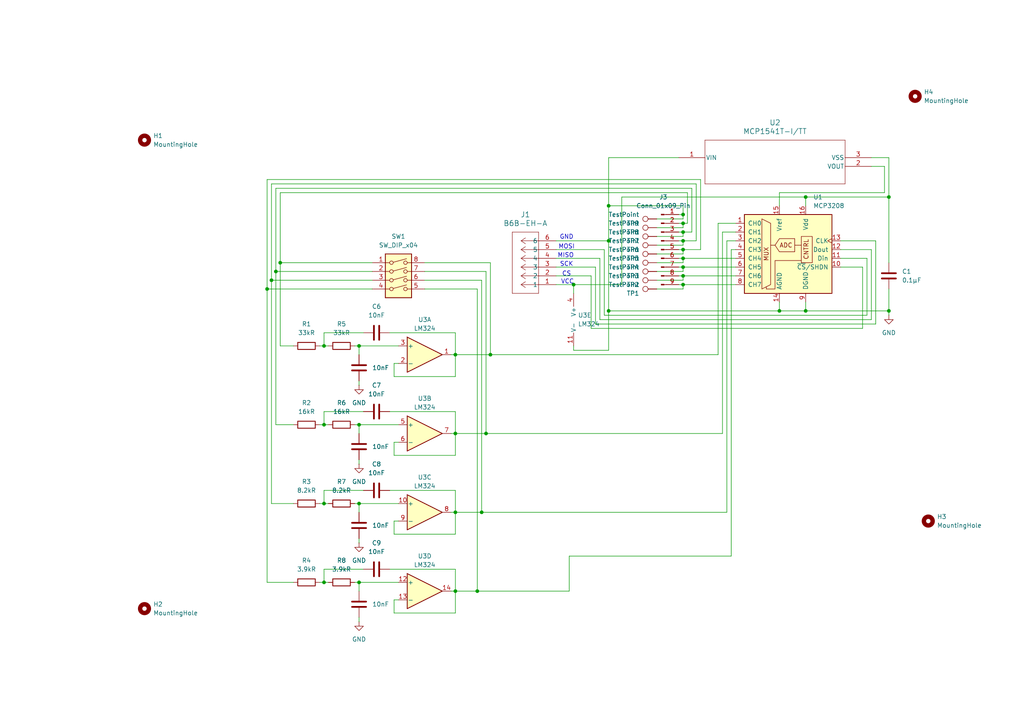
<source format=kicad_sch>
(kicad_sch (version 20231120) (generator "eeschema") (generator_version "8.0")
  (paper "A4")
  (lib_symbols
    (symbol "2024-10-07_13-54-21:B6B-EH-A" (pin_names (offset 0.254))
      (property "Reference" "J" (at 8.89 6.35 0))
      (property "Value" "B6B-EH-A" (at 0 0 0))
      (symbol "B6B-EH-A_1_1"
        (polyline (pts (xy 5.08 -15.24) (xy 12.7 -15.24)) (stroke (width 0.127)))
        (polyline (pts (xy 5.08 2.54) (xy 5.08 -15.24)) (stroke (width 0.127)))
        (polyline (pts (xy 10.16 -12.7) (xy 5.08 -12.7)) (stroke (width 0.127)))
        (polyline (pts (xy 10.16 -12.7) (xy 8.89 -13.5467)) (stroke (width 0.127)))
        (polyline (pts (xy 10.16 -12.7) (xy 8.89 -11.8533)) (stroke (width 0.127)))
        (polyline (pts (xy 10.16 -10.16) (xy 5.08 -10.16)) (stroke (width 0.127)))
        (polyline (pts (xy 10.16 -10.16) (xy 8.89 -11.0067)) (stroke (width 0.127)))
        (polyline (pts (xy 10.16 -10.16) (xy 8.89 -9.3133)) (stroke (width 0.127)))
        (polyline (pts (xy 10.16 -7.62) (xy 5.08 -7.62)) (stroke (width 0.127)))
        (polyline (pts (xy 10.16 -7.62) (xy 8.89 -8.4667)) (stroke (width 0.127)))
        (polyline (pts (xy 10.16 -7.62) (xy 8.89 -6.7733)) (stroke (width 0.127)))
        (polyline (pts (xy 10.16 -5.08) (xy 5.08 -5.08)) (stroke (width 0.127)))
        (polyline (pts (xy 10.16 -5.08) (xy 8.89 -5.9267)) (stroke (width 0.127)))
        (polyline (pts (xy 10.16 -5.08) (xy 8.89 -4.2333)) (stroke (width 0.127)))
        (polyline (pts (xy 10.16 -2.54) (xy 5.08 -2.54)) (stroke (width 0.127)))
        (polyline (pts (xy 10.16 -2.54) (xy 8.89 -3.3867)) (stroke (width 0.127)))
        (polyline (pts (xy 10.16 -2.54) (xy 8.89 -1.6933)) (stroke (width 0.127)))
        (polyline (pts (xy 10.16 0) (xy 5.08 0)) (stroke (width 0.127)))
        (polyline (pts (xy 10.16 0) (xy 8.89 -0.8467)) (stroke (width 0.127)))
        (polyline (pts (xy 10.16 0) (xy 8.89 0.8467)) (stroke (width 0.127)))
        (polyline (pts (xy 12.7 -15.24) (xy 12.7 2.54)) (stroke (width 0.127)))
        (polyline (pts (xy 12.7 2.54) (xy 5.08 2.54)) (stroke (width 0.127)))
        (pin unspecified line (at 0 0 0) (length 5.08) (name "1") (number "1"))
        (pin unspecified line (at 0 -2.54 0) (length 5.08) (name "2") (number "2"))
        (pin unspecified line (at 0 -5.08 0) (length 5.08) (name "3") (number "3"))
        (pin unspecified line (at 0 -7.62 0) (length 5.08) (name "4") (number "4"))
        (pin unspecified line (at 0 -10.16 0) (length 5.08) (name "5") (number "5"))
        (pin unspecified line (at 0 -12.7 0) (length 5.08) (name "6") (number "6"))
      )
      (symbol "B6B-EH-A_1_2"
        (polyline (pts (xy 5.08 -15.24) (xy 12.7 -15.24)) (stroke (width 0.127)))
        (polyline (pts (xy 5.08 2.54) (xy 5.08 -15.24)) (stroke (width 0.127)))
        (polyline (pts (xy 7.62 -12.7) (xy 5.08 -12.7)) (stroke (width 0.127)))
        (polyline (pts (xy 7.62 -12.7) (xy 8.89 -13.5467)) (stroke (width 0.127)))
        (polyline (pts (xy 7.62 -12.7) (xy 8.89 -11.8533)) (stroke (width 0.127)))
        (polyline (pts (xy 7.62 -10.16) (xy 5.08 -10.16)) (stroke (width 0.127)))
        (polyline (pts (xy 7.62 -10.16) (xy 8.89 -11.0067)) (stroke (width 0.127)))
        (polyline (pts (xy 7.62 -10.16) (xy 8.89 -9.3133)) (stroke (width 0.127)))
        (polyline (pts (xy 7.62 -7.62) (xy 5.08 -7.62)) (stroke (width 0.127)))
        (polyline (pts (xy 7.62 -7.62) (xy 8.89 -8.4667)) (stroke (width 0.127)))
        (polyline (pts (xy 7.62 -7.62) (xy 8.89 -6.7733)) (stroke (width 0.127)))
        (polyline (pts (xy 7.62 -5.08) (xy 5.08 -5.08)) (stroke (width 0.127)))
        (polyline (pts (xy 7.62 -5.08) (xy 8.89 -5.9267)) (stroke (width 0.127)))
        (polyline (pts (xy 7.62 -5.08) (xy 8.89 -4.2333)) (stroke (width 0.127)))
        (polyline (pts (xy 7.62 -2.54) (xy 5.08 -2.54)) (stroke (width 0.127)))
        (polyline (pts (xy 7.62 -2.54) (xy 8.89 -3.3867)) (stroke (width 0.127)))
        (polyline (pts (xy 7.62 -2.54) (xy 8.89 -1.6933)) (stroke (width 0.127)))
        (polyline (pts (xy 7.62 0) (xy 5.08 0)) (stroke (width 0.127)))
        (polyline (pts (xy 7.62 0) (xy 8.89 -0.8467)) (stroke (width 0.127)))
        (polyline (pts (xy 7.62 0) (xy 8.89 0.8467)) (stroke (width 0.127)))
        (polyline (pts (xy 12.7 -15.24) (xy 12.7 2.54)) (stroke (width 0.127)))
        (polyline (pts (xy 12.7 2.54) (xy 5.08 2.54)) (stroke (width 0.127)))
        (pin unspecified line (at 0 0 0) (length 5.08) (name "1") (number "1"))
        (pin unspecified line (at 0 -2.54 0) (length 5.08) (name "2") (number "2"))
        (pin unspecified line (at 0 -5.08 0) (length 5.08) (name "3") (number "3"))
        (pin unspecified line (at 0 -7.62 0) (length 5.08) (name "4") (number "4"))
        (pin unspecified line (at 0 -10.16 0) (length 5.08) (name "5") (number "5"))
        (pin unspecified line (at 0 -12.7 0) (length 5.08) (name "6") (number "6"))
      )
    )
    (symbol "Amplifier_Operational:LM324" (pin_names (offset 0.127))
      (property "Reference" "U" (at 0 5.08 0))
      (property "Value" "LM324" (at 0 -5.08 0))
      (symbol "LM324_1_1"
        (polyline (pts (xy -5.08 5.08) (xy 5.08 0) (xy -5.08 -5.08) (xy -5.08 5.08)) (stroke (width 0.254)) (fill (type background)))
        (pin output line (at 7.62 0 180) (length 2.54) (name "~") (number "1"))
        (pin input line (at -7.62 -2.54 0) (length 2.54) (name "-") (number "2"))
        (pin input line (at -7.62 2.54 0) (length 2.54) (name "+") (number "3"))
      )
      (symbol "LM324_2_1"
        (polyline (pts (xy -5.08 5.08) (xy 5.08 0) (xy -5.08 -5.08) (xy -5.08 5.08)) (stroke (width 0.254)) (fill (type background)))
        (pin input line (at -7.62 2.54 0) (length 2.54) (name "+") (number "5"))
        (pin input line (at -7.62 -2.54 0) (length 2.54) (name "-") (number "6"))
        (pin output line (at 7.62 0 180) (length 2.54) (name "~") (number "7"))
      )
      (symbol "LM324_3_1"
        (polyline (pts (xy -5.08 5.08) (xy 5.08 0) (xy -5.08 -5.08) (xy -5.08 5.08)) (stroke (width 0.254)) (fill (type background)))
        (pin input line (at -7.62 2.54 0) (length 2.54) (name "+") (number "10"))
        (pin output line (at 7.62 0 180) (length 2.54) (name "~") (number "8"))
        (pin input line (at -7.62 -2.54 0) (length 2.54) (name "-") (number "9"))
      )
      (symbol "LM324_4_1"
        (polyline (pts (xy -5.08 5.08) (xy 5.08 0) (xy -5.08 -5.08) (xy -5.08 5.08)) (stroke (width 0.254)) (fill (type background)))
        (pin input line (at -7.62 2.54 0) (length 2.54) (name "+") (number "12"))
        (pin input line (at -7.62 -2.54 0) (length 2.54) (name "-") (number "13"))
        (pin output line (at 7.62 0 180) (length 2.54) (name "~") (number "14"))
      )
      (symbol "LM324_5_1"
        (pin power_in line (at -2.54 -7.62 90) (length 3.81) (name "V-") (number "11"))
        (pin power_in line (at -2.54 7.62 270) (length 3.81) (name "V+") (number "4"))
      )
    )
    (symbol "Analog_ADC:MCP3208" (pin_names (offset 1.016))
      (property "Reference" "U" (at -5.08 13.335 0))
      (property "Value" "MCP3208" (at -5.08 11.43 0))
      (symbol "MCP3208_0_0"
        (text "ADC" (at -0.635 1.27 0) (effects (font (size 1.27 1.27))))
        (text "CNTRL" (at 5.969 -2.921 900) (effects (font (size 1.27 1.27)) (justify left bottom)))
        (text "MUX" (at -6.35 -1.27 900) (effects (font (size 1.27 1.27))))
      )
      (symbol "MCP3208_0_1"
        (polyline (pts (xy -3.81 1.27) (xy -5.08 1.27)))
        (polyline (pts (xy 1.905 1.27) (xy 3.81 1.27)))
        (polyline (pts (xy -7.62 8.89) (xy -7.62 -11.43) (xy -5.08 -10.16) (xy -5.08 7.62) (xy -7.62 8.89)))
        (polyline (pts (xy 3.81 -3.175) (xy -3.81 -3.175) (xy -3.81 -11.43) (xy -6.35 -11.43) (xy -6.35 -10.795)))
        (polyline (pts (xy 1.905 3.175) (xy 1.905 -0.635) (xy -2.54 -0.635) (xy -3.81 1.27) (xy -2.54 3.175) (xy 1.905 3.175)))
        (rectangle (start 3.81 -3.81) (end 6.985 3.81))
        (rectangle (start 12.7 -12.7) (end -12.7 10.16) (stroke (width 0.254)) (fill (type background)))
      )
      (symbol "MCP3208_1_1"
        (pin input line (at -15.24 7.62 0) (length 2.54) (name "CH0") (number "1"))
        (pin input line (at 15.24 -5.08 180) (length 2.54) (name "~{CS}/SHDN") (number "10"))
        (pin input line (at 15.24 -2.54 180) (length 2.54) (name "Din") (number "11"))
        (pin output line (at 15.24 0 180) (length 2.54) (name "Dout") (number "12"))
        (pin input clock (at 15.24 2.54 180) (length 2.54) (name "CLK") (number "13"))
        (pin power_in line (at -2.54 -15.24 90) (length 2.54) (name "AGND") (number "14"))
        (pin power_in line (at -2.54 12.7 270) (length 2.54) (name "Vref") (number "15"))
        (pin power_in line (at 5.08 12.7 270) (length 2.54) (name "Vdd") (number "16"))
        (pin input line (at -15.24 5.08 0) (length 2.54) (name "CH1") (number "2"))
        (pin input line (at -15.24 2.54 0) (length 2.54) (name "CH2") (number "3"))
        (pin input line (at -15.24 0 0) (length 2.54) (name "CH3") (number "4"))
        (pin input line (at -15.24 -2.54 0) (length 2.54) (name "CH4") (number "5"))
        (pin input line (at -15.24 -5.08 0) (length 2.54) (name "CH5") (number "6"))
        (pin input line (at -15.24 -7.62 0) (length 2.54) (name "CH6") (number "7"))
        (pin input line (at -15.24 -10.16 0) (length 2.54) (name "CH7") (number "8"))
        (pin power_in line (at 5.08 -15.24 90) (length 2.54) (name "DGND") (number "9"))
      )
    )
    (symbol "Connector:Conn_01x09_Pin" (pin_names (offset 1.016) hide)
      (property "Reference" "J" (at 0 12.7 0))
      (property "Value" "Conn_01x09_Pin" (at 0 -12.7 0))
      (symbol "Conn_01x09_Pin_1_1"
        (polyline (pts (xy 1.27 -10.16) (xy 0.8636 -10.16)) (stroke (width 0.1524)))
        (polyline (pts (xy 1.27 -7.62) (xy 0.8636 -7.62)) (stroke (width 0.1524)))
        (polyline (pts (xy 1.27 -5.08) (xy 0.8636 -5.08)) (stroke (width 0.1524)))
        (polyline (pts (xy 1.27 -2.54) (xy 0.8636 -2.54)) (stroke (width 0.1524)))
        (polyline (pts (xy 1.27 0) (xy 0.8636 0)) (stroke (width 0.1524)))
        (polyline (pts (xy 1.27 2.54) (xy 0.8636 2.54)) (stroke (width 0.1524)))
        (polyline (pts (xy 1.27 5.08) (xy 0.8636 5.08)) (stroke (width 0.1524)))
        (polyline (pts (xy 1.27 7.62) (xy 0.8636 7.62)) (stroke (width 0.1524)))
        (polyline (pts (xy 1.27 10.16) (xy 0.8636 10.16)) (stroke (width 0.1524)))
        (rectangle (start 0.8636 -10.033) (end 0 -10.287) (stroke (width 0.1524)) (fill (type outline)))
        (rectangle (start 0.8636 -7.493) (end 0 -7.747) (stroke (width 0.1524)) (fill (type outline)))
        (rectangle (start 0.8636 -4.953) (end 0 -5.207) (stroke (width 0.1524)) (fill (type outline)))
        (rectangle (start 0.8636 -2.413) (end 0 -2.667) (stroke (width 0.1524)) (fill (type outline)))
        (rectangle (start 0.8636 0.127) (end 0 -0.127) (stroke (width 0.1524)) (fill (type outline)))
        (rectangle (start 0.8636 2.667) (end 0 2.413) (stroke (width 0.1524)) (fill (type outline)))
        (rectangle (start 0.8636 5.207) (end 0 4.953) (stroke (width 0.1524)) (fill (type outline)))
        (rectangle (start 0.8636 7.747) (end 0 7.493) (stroke (width 0.1524)) (fill (type outline)))
        (rectangle (start 0.8636 10.287) (end 0 10.033) (stroke (width 0.1524)) (fill (type outline)))
        (pin passive line (at 5.08 10.16 180) (length 3.81) (name "Pin_1") (number "1"))
        (pin passive line (at 5.08 7.62 180) (length 3.81) (name "Pin_2") (number "2"))
        (pin passive line (at 5.08 5.08 180) (length 3.81) (name "Pin_3") (number "3"))
        (pin passive line (at 5.08 2.54 180) (length 3.81) (name "Pin_4") (number "4"))
        (pin passive line (at 5.08 0 180) (length 3.81) (name "Pin_5") (number "5"))
        (pin passive line (at 5.08 -2.54 180) (length 3.81) (name "Pin_6") (number "6"))
        (pin passive line (at 5.08 -5.08 180) (length 3.81) (name "Pin_7") (number "7"))
        (pin passive line (at 5.08 -7.62 180) (length 3.81) (name "Pin_8") (number "8"))
        (pin passive line (at 5.08 -10.16 180) (length 3.81) (name "Pin_9") (number "9"))
      )
    )
    (symbol "Connector:TestPoint" (pin_numbers hide) (pin_names (offset 0.762) hide)
      (property "Reference" "TP" (at 0 6.858 0))
      (property "Value" "TestPoint" (at 0 5.08 0))
      (symbol "TestPoint_0_1"
        (circle (center 0 3.302) (radius 0.762))
      )
      (symbol "TestPoint_1_1"
        (pin passive line (at 0 0 90) (length 2.54) (name "1") (number "1"))
      )
    )
    (symbol "Device:C" (pin_numbers hide) (pin_names (offset 0.254))
      (property "Reference" "C" (at 0.635 2.54 0))
      (property "Value" "C" (at 0.635 -2.54 0))
      (symbol "C_0_1"
        (polyline (pts (xy -2.032 -0.762) (xy 2.032 -0.762)) (stroke (width 0.508)))
        (polyline (pts (xy -2.032 0.762) (xy 2.032 0.762)) (stroke (width 0.508)))
      )
      (symbol "C_1_1"
        (pin passive line (at 0 3.81 270) (length 2.794) (name "~") (number "1"))
        (pin passive line (at 0 -3.81 90) (length 2.794) (name "~") (number "2"))
      )
    )
    (symbol "Device:R" (pin_numbers hide) (pin_names (offset 0))
      (property "Reference" "R" (at 2.032 0 90))
      (property "Value" "R" (at 0 0 90))
      (symbol "R_0_1"
        (rectangle (start -1.016 -2.54) (end 1.016 2.54) (stroke (width 0.254)))
      )
      (symbol "R_1_1"
        (pin passive line (at 0 3.81 270) (length 1.27) (name "~") (number "1"))
        (pin passive line (at 0 -3.81 90) (length 1.27) (name "~") (number "2"))
      )
    )
    (symbol "Mechanical:MountingHole" (pin_names (offset 1.016)) (exclude_from_sim yes) (in_bom no)
      (property "Reference" "H" (at 0 5.08 0))
      (property "Value" "MountingHole" (at 0 3.175 0))
      (symbol "MountingHole_0_1"
        (circle (center 0 0) (radius 1.27) (stroke (width 1.27)))
      )
    )
    (symbol "Switch:SW_DIP_x04" (pin_names (offset 0) hide)
      (property "Reference" "SW" (at 0 8.89 0))
      (property "Value" "SW_DIP_x04" (at 0 -6.35 0))
      (symbol "SW_DIP_x04_0_0"
        (circle (center -2.032 -2.54) (radius 0.508))
        (circle (center -2.032 0) (radius 0.508))
        (circle (center -2.032 2.54) (radius 0.508))
        (circle (center -2.032 5.08) (radius 0.508))
        (polyline (pts (xy -1.524 -2.3876) (xy 2.3622 -1.3462)))
        (polyline (pts (xy -1.524 0.127) (xy 2.3622 1.1684)))
        (polyline (pts (xy -1.524 2.667) (xy 2.3622 3.7084)))
        (polyline (pts (xy -1.524 5.207) (xy 2.3622 6.2484)))
        (circle (center 2.032 -2.54) (radius 0.508))
        (circle (center 2.032 0) (radius 0.508))
        (circle (center 2.032 2.54) (radius 0.508))
        (circle (center 2.032 5.08) (radius 0.508))
      )
      (symbol "SW_DIP_x04_0_1"
        (rectangle (start -3.81 7.62) (end 3.81 -5.08) (stroke (width 0.254)) (fill (type background)))
      )
      (symbol "SW_DIP_x04_1_1"
        (pin passive line (at -7.62 5.08 0) (length 5.08) (name "~") (number "1"))
        (pin passive line (at -7.62 2.54 0) (length 5.08) (name "~") (number "2"))
        (pin passive line (at -7.62 0 0) (length 5.08) (name "~") (number "3"))
        (pin passive line (at -7.62 -2.54 0) (length 5.08) (name "~") (number "4"))
        (pin passive line (at 7.62 -2.54 180) (length 5.08) (name "~") (number "5"))
        (pin passive line (at 7.62 0 180) (length 5.08) (name "~") (number "6"))
        (pin passive line (at 7.62 2.54 180) (length 5.08) (name "~") (number "7"))
        (pin passive line (at 7.62 5.08 180) (length 5.08) (name "~") (number "8"))
      )
    )
    (symbol "flo_Library:MCP1541T-I_TT" (pin_names (offset 0.254))
      (property "Reference" "U" (at 27.94 10.16 0))
      (property "Value" "MCP1541T-I/TT" (at 27.94 7.62 0))
      (symbol "MCP1541T-I_TT_0_1"
        (polyline (pts (xy 7.62 -7.62) (xy 48.26 -7.62)) (stroke (width 0.127)))
        (polyline (pts (xy 7.62 5.08) (xy 7.62 -7.62)) (stroke (width 0.127)))
        (polyline (pts (xy 48.26 -7.62) (xy 48.26 5.08)) (stroke (width 0.127)))
        (polyline (pts (xy 48.26 5.08) (xy 7.62 5.08)) (stroke (width 0.127)))
        (pin unspecified line (at 0 0 0) (length 7.62) (name "VIN") (number "1"))
        (pin unspecified line (at 55.88 -2.54 180) (length 7.62) (name "VOUT") (number "2"))
        (pin unspecified line (at 55.88 0 180) (length 7.62) (name "VSS") (number "3"))
      )
    )
    (symbol "power:GND" (power) (pin_numbers hide) (pin_names (offset 0) hide)
      (property "Value" "GND" (at 0 -3.81 0))
      (symbol "GND_0_1"
        (polyline (pts (xy 0 0) (xy 0 -1.27) (xy 1.27 -1.27) (xy 0 -2.54) (xy -1.27 -1.27) (xy 0 -1.27)))
      )
      (symbol "GND_1_1"
        (pin power_in line (at 0 0 270) (length 0) (name "~") (number "1"))
      )
    )
  )
  (junction (at 176.53 69.85))
  (junction (at 176.53 59.69))
  (junction (at 176.53 90.17))
  (junction (at 198.12 72.39))
  (junction (at 80.01 78.74))
  (junction (at 93.98 168.91))
  (junction (at 132.08 102.87))
  (junction (at 78.74 81.28))
  (junction (at 132.08 148.59))
  (junction (at 77.47 83.82))
  (junction (at 198.12 69.85))
  (junction (at 104.14 123.19))
  (junction (at 132.08 171.45))
  (junction (at 226.06 90.17))
  (junction (at 104.14 168.91))
  (junction (at 132.08 125.73))
  (junction (at 81.28 76.2))
  (junction (at 93.98 146.05))
  (junction (at 198.12 82.55))
  (junction (at 198.12 62.23))
  (junction (at 198.12 77.47))
  (junction (at 93.98 100.33))
  (junction (at 198.12 67.31))
  (junction (at 257.81 57.15))
  (junction (at 138.43 171.45))
  (junction (at 140.97 125.73))
  (junction (at 139.7 148.59))
  (junction (at 166.37 82.55))
  (junction (at 142.24 102.87))
  (junction (at 198.12 80.01))
  (junction (at 257.81 90.17))
  (junction (at 93.98 123.19))
  (junction (at 198.12 74.93))
  (junction (at 198.12 64.77))
  (junction (at 233.68 57.15))
  (junction (at 104.14 100.33))
  (junction (at 104.14 146.05))
  (junction (at 233.68 90.17))
  (wire (pts (xy 81.28 76.2) (xy 107.95 76.2)))
  (wire (pts (xy 93.98 100.33) (xy 95.25 100.33)))
  (wire (pts (xy 171.45 80.01) (xy 171.45 95.25)))
  (wire (pts (xy 78.74 146.05) (xy 78.74 81.28)))
  (wire (pts (xy 132.08 102.87) (xy 132.08 109.22)))
  (wire (pts (xy 175.26 72.39) (xy 175.26 91.44)))
  (wire (pts (xy 132.08 171.45) (xy 138.43 171.45)))
  (wire (pts (xy 105.41 142.24) (xy 93.98 142.24)))
  (wire (pts (xy 92.71 100.33) (xy 93.98 100.33)))
  (wire (pts (xy 123.19 81.28) (xy 139.7 81.28)))
  (wire (pts (xy 130.81 102.87) (xy 132.08 102.87)))
  (wire (pts (xy 176.53 59.69) (xy 198.12 59.69)))
  (wire (pts (xy 114.3 105.41) (xy 115.57 105.41)))
  (wire (pts (xy 173.99 74.93) (xy 161.29 74.93)))
  (wire (pts (xy 166.37 82.55) (xy 161.29 82.55)))
  (wire (pts (xy 132.08 171.45) (xy 130.81 171.45)))
  (wire (pts (xy 132.08 125.73) (xy 140.97 125.73)))
  (wire (pts (xy 80.01 78.74) (xy 80.01 54.61)))
  (wire (pts (xy 166.37 100.33) (xy 166.37 101.6)))
  (wire (pts (xy 80.01 123.19) (xy 80.01 78.74)))
  (wire (pts (xy 198.12 69.85) (xy 196.85 69.85)))
  (wire (pts (xy 115.57 173.99) (xy 114.3 173.99)))
  (wire (pts (xy 161.29 69.85) (xy 176.53 69.85)))
  (wire (pts (xy 198.12 74.93) (xy 196.85 74.93)))
  (wire (pts (xy 132.08 165.1) (xy 132.08 171.45)))
  (wire (pts (xy 198.12 64.77) (xy 198.12 66.04)))
  (wire (pts (xy 254 69.85) (xy 243.84 69.85)))
  (wire (pts (xy 132.08 132.08) (xy 132.08 125.73)))
  (wire (pts (xy 198.12 66.04) (xy 190.5 66.04)))
  (wire (pts (xy 198.12 81.28) (xy 198.12 80.01)))
  (wire (pts (xy 113.03 142.24) (xy 132.08 142.24)))
  (wire (pts (xy 198.12 62.23) (xy 196.85 62.23)))
  (wire (pts (xy 142.24 76.2) (xy 142.24 102.87)))
  (wire (pts (xy 80.01 54.61) (xy 200.66 54.61)))
  (wire (pts (xy 176.53 69.85) (xy 176.53 90.17)))
  (wire (pts (xy 250.19 77.47) (xy 243.84 77.47)))
  (wire (pts (xy 92.71 146.05) (xy 93.98 146.05)))
  (wire (pts (xy 198.12 74.93) (xy 213.36 74.93)))
  (wire (pts (xy 77.47 168.91) (xy 85.09 168.91)))
  (wire (pts (xy 190.5 81.28) (xy 198.12 81.28)))
  (wire (pts (xy 166.37 82.55) (xy 166.37 85.09)))
  (wire (pts (xy 190.5 78.74) (xy 198.12 78.74)))
  (wire (pts (xy 226.06 87.63) (xy 226.06 90.17)))
  (wire (pts (xy 114.3 154.94) (xy 114.3 151.13)))
  (wire (pts (xy 104.14 123.19) (xy 104.14 125.73)))
  (wire (pts (xy 139.7 81.28) (xy 139.7 148.59)))
  (wire (pts (xy 176.53 45.72) (xy 176.53 59.69)))
  (wire (pts (xy 123.19 78.74) (xy 140.97 78.74)))
  (wire (pts (xy 180.34 57.15) (xy 180.34 82.55)))
  (wire (pts (xy 113.03 96.52) (xy 132.08 96.52)))
  (wire (pts (xy 250.19 95.25) (xy 250.19 77.47)))
  (wire (pts (xy 78.74 53.34) (xy 201.93 53.34)))
  (wire (pts (xy 132.08 119.38) (xy 132.08 125.73)))
  (wire (pts (xy 80.01 78.74) (xy 107.95 78.74)))
  (wire (pts (xy 213.36 69.85) (xy 210.82 69.85)))
  (wire (pts (xy 113.03 165.1) (xy 132.08 165.1)))
  (wire (pts (xy 252.73 48.26) (xy 256.54 48.26)))
  (wire (pts (xy 140.97 125.73) (xy 209.55 125.73)))
  (wire (pts (xy 92.71 168.91) (xy 93.98 168.91)))
  (wire (pts (xy 77.47 168.91) (xy 77.47 83.82)))
  (wire (pts (xy 200.66 67.31) (xy 198.12 67.31)))
  (wire (pts (xy 198.12 82.55) (xy 196.85 82.55)))
  (wire (pts (xy 114.3 109.22) (xy 114.3 105.41)))
  (wire (pts (xy 132.08 148.59) (xy 139.7 148.59)))
  (wire (pts (xy 114.3 173.99) (xy 114.3 177.8)))
  (wire (pts (xy 210.82 69.85) (xy 210.82 148.59)))
  (wire (pts (xy 104.14 110.49) (xy 104.14 111.76)))
  (wire (pts (xy 78.74 146.05) (xy 85.09 146.05)))
  (wire (pts (xy 81.28 100.33) (xy 81.28 76.2)))
  (wire (pts (xy 139.7 148.59) (xy 210.82 148.59)))
  (wire (pts (xy 78.74 81.28) (xy 78.74 53.34)))
  (wire (pts (xy 104.14 168.91) (xy 104.14 171.45)))
  (wire (pts (xy 77.47 83.82) (xy 107.95 83.82)))
  (wire (pts (xy 198.12 76.2) (xy 198.12 74.93)))
  (wire (pts (xy 233.68 57.15) (xy 257.81 57.15)))
  (wire (pts (xy 198.12 78.74) (xy 198.12 77.47)))
  (wire (pts (xy 180.34 82.55) (xy 166.37 82.55)))
  (wire (pts (xy 81.28 55.88) (xy 199.39 55.88)))
  (wire (pts (xy 190.5 63.5) (xy 198.12 63.5)))
  (wire (pts (xy 93.98 142.24) (xy 93.98 146.05)))
  (wire (pts (xy 77.47 83.82) (xy 77.47 52.07)))
  (wire (pts (xy 233.68 59.69) (xy 233.68 57.15)))
  (wire (pts (xy 198.12 77.47) (xy 196.85 77.47)))
  (wire (pts (xy 190.5 68.58) (xy 198.12 68.58)))
  (wire (pts (xy 93.98 123.19) (xy 95.25 123.19)))
  (wire (pts (xy 138.43 171.45) (xy 165.1 171.45)))
  (wire (pts (xy 132.08 154.94) (xy 114.3 154.94)))
  (wire (pts (xy 233.68 87.63) (xy 233.68 90.17)))
  (wire (pts (xy 198.12 68.58) (xy 198.12 67.31)))
  (wire (pts (xy 213.36 72.39) (xy 212.09 72.39)))
  (wire (pts (xy 80.01 123.19) (xy 85.09 123.19)))
  (wire (pts (xy 176.53 90.17) (xy 226.06 90.17)))
  (wire (pts (xy 198.12 83.82) (xy 198.12 82.55)))
  (wire (pts (xy 226.06 90.17) (xy 233.68 90.17)))
  (wire (pts (xy 190.5 83.82) (xy 198.12 83.82)))
  (wire (pts (xy 113.03 119.38) (xy 132.08 119.38)))
  (wire (pts (xy 114.3 128.27) (xy 114.3 132.08)))
  (wire (pts (xy 104.14 100.33) (xy 104.14 102.87)))
  (wire (pts (xy 132.08 102.87) (xy 142.24 102.87)))
  (wire (pts (xy 138.43 83.82) (xy 138.43 171.45)))
  (wire (pts (xy 93.98 119.38) (xy 93.98 123.19)))
  (wire (pts (xy 198.12 80.01) (xy 196.85 80.01)))
  (wire (pts (xy 190.5 73.66) (xy 198.12 73.66)))
  (wire (pts (xy 132.08 142.24) (xy 132.08 148.59)))
  (wire (pts (xy 104.14 133.35) (xy 104.14 134.62)))
  (wire (pts (xy 190.5 71.12) (xy 198.12 71.12)))
  (wire (pts (xy 93.98 146.05) (xy 95.25 146.05)))
  (wire (pts (xy 81.28 100.33) (xy 85.09 100.33)))
  (wire (pts (xy 78.74 81.28) (xy 107.95 81.28)))
  (wire (pts (xy 209.55 67.31) (xy 213.36 67.31)))
  (wire (pts (xy 102.87 100.33) (xy 104.14 100.33)))
  (wire (pts (xy 198.12 72.39) (xy 196.85 72.39)))
  (wire (pts (xy 104.14 179.07) (xy 104.14 180.34)))
  (wire (pts (xy 114.3 132.08) (xy 132.08 132.08)))
  (wire (pts (xy 196.85 64.77) (xy 198.12 64.77)))
  (wire (pts (xy 208.28 64.77) (xy 213.36 64.77)))
  (wire (pts (xy 198.12 71.12) (xy 198.12 69.85)))
  (wire (pts (xy 257.81 45.72) (xy 257.81 57.15)))
  (wire (pts (xy 251.46 74.93) (xy 243.84 74.93)))
  (wire (pts (xy 172.72 77.47) (xy 172.72 93.98)))
  (wire (pts (xy 161.29 77.47) (xy 172.72 77.47)))
  (wire (pts (xy 93.98 168.91) (xy 95.25 168.91)))
  (wire (pts (xy 256.54 48.26) (xy 256.54 55.88)))
  (wire (pts (xy 233.68 57.15) (xy 180.34 57.15)))
  (wire (pts (xy 251.46 91.44) (xy 251.46 74.93)))
  (wire (pts (xy 203.2 72.39) (xy 198.12 72.39)))
  (wire (pts (xy 130.81 148.59) (xy 132.08 148.59)))
  (wire (pts (xy 165.1 161.29) (xy 165.1 171.45)))
  (wire (pts (xy 176.53 59.69) (xy 176.53 69.85)))
  (wire (pts (xy 254 93.98) (xy 254 69.85)))
  (wire (pts (xy 172.72 93.98) (xy 254 93.98)))
  (wire (pts (xy 123.19 83.82) (xy 138.43 83.82)))
  (wire (pts (xy 200.66 54.61) (xy 200.66 67.31)))
  (wire (pts (xy 199.39 64.77) (xy 198.12 64.77)))
  (wire (pts (xy 252.73 92.71) (xy 173.99 92.71)))
  (wire (pts (xy 123.19 76.2) (xy 142.24 76.2)))
  (wire (pts (xy 252.73 72.39) (xy 252.73 92.71)))
  (wire (pts (xy 104.14 146.05) (xy 115.57 146.05)))
  (wire (pts (xy 212.09 161.29) (xy 165.1 161.29)))
  (wire (pts (xy 102.87 123.19) (xy 104.14 123.19)))
  (wire (pts (xy 142.24 102.87) (xy 208.28 102.87)))
  (wire (pts (xy 198.12 67.31) (xy 196.85 67.31)))
  (wire (pts (xy 176.53 101.6) (xy 176.53 90.17)))
  (wire (pts (xy 198.12 82.55) (xy 213.36 82.55)))
  (wire (pts (xy 104.14 123.19) (xy 115.57 123.19)))
  (wire (pts (xy 132.08 109.22) (xy 114.3 109.22)))
  (wire (pts (xy 161.29 72.39) (xy 175.26 72.39)))
  (wire (pts (xy 203.2 52.07) (xy 203.2 72.39)))
  (wire (pts (xy 92.71 123.19) (xy 93.98 123.19)))
  (wire (pts (xy 140.97 78.74) (xy 140.97 125.73)))
  (wire (pts (xy 198.12 63.5) (xy 198.12 62.23)))
  (wire (pts (xy 198.12 80.01) (xy 213.36 80.01)))
  (wire (pts (xy 132.08 177.8) (xy 132.08 171.45)))
  (wire (pts (xy 252.73 45.72) (xy 257.81 45.72)))
  (wire (pts (xy 115.57 128.27) (xy 114.3 128.27)))
  (wire (pts (xy 104.14 168.91) (xy 115.57 168.91)))
  (wire (pts (xy 209.55 125.73) (xy 209.55 67.31)))
  (wire (pts (xy 166.37 101.6) (xy 176.53 101.6)))
  (wire (pts (xy 208.28 102.87) (xy 208.28 64.77)))
  (wire (pts (xy 175.26 91.44) (xy 251.46 91.44)))
  (wire (pts (xy 104.14 100.33) (xy 115.57 100.33)))
  (wire (pts (xy 105.41 119.38) (xy 93.98 119.38)))
  (wire (pts (xy 105.41 165.1) (xy 93.98 165.1)))
  (wire (pts (xy 199.39 55.88) (xy 199.39 64.77)))
  (wire (pts (xy 104.14 146.05) (xy 104.14 148.59)))
  (wire (pts (xy 171.45 95.25) (xy 250.19 95.25)))
  (wire (pts (xy 190.5 76.2) (xy 198.12 76.2)))
  (wire (pts (xy 114.3 177.8) (xy 132.08 177.8)))
  (wire (pts (xy 81.28 76.2) (xy 81.28 55.88)))
  (wire (pts (xy 198.12 73.66) (xy 198.12 72.39)))
  (wire (pts (xy 93.98 165.1) (xy 93.98 168.91)))
  (wire (pts (xy 161.29 80.01) (xy 171.45 80.01)))
  (wire (pts (xy 93.98 96.52) (xy 93.98 100.33)))
  (wire (pts (xy 77.47 52.07) (xy 203.2 52.07)))
  (wire (pts (xy 114.3 151.13) (xy 115.57 151.13)))
  (wire (pts (xy 102.87 168.91) (xy 104.14 168.91)))
  (wire (pts (xy 257.81 76.2) (xy 257.81 57.15)))
  (wire (pts (xy 201.93 53.34) (xy 201.93 69.85)))
  (wire (pts (xy 198.12 62.23) (xy 198.12 59.69)))
  (wire (pts (xy 257.81 83.82) (xy 257.81 90.17)))
  (wire (pts (xy 132.08 96.52) (xy 132.08 102.87)))
  (wire (pts (xy 198.12 77.47) (xy 213.36 77.47)))
  (wire (pts (xy 132.08 125.73) (xy 130.81 125.73)))
  (wire (pts (xy 173.99 92.71) (xy 173.99 74.93)))
  (wire (pts (xy 243.84 72.39) (xy 252.73 72.39)))
  (wire (pts (xy 132.08 148.59) (xy 132.08 154.94)))
  (wire (pts (xy 102.87 146.05) (xy 104.14 146.05)))
  (wire (pts (xy 212.09 72.39) (xy 212.09 161.29)))
  (wire (pts (xy 257.81 90.17) (xy 233.68 90.17)))
  (wire (pts (xy 104.14 156.21) (xy 104.14 157.48)))
  (wire (pts (xy 226.06 55.88) (xy 226.06 59.69)))
  (wire (pts (xy 105.41 96.52) (xy 93.98 96.52)))
  (wire (pts (xy 196.85 45.72) (xy 176.53 45.72)))
  (wire (pts (xy 201.93 69.85) (xy 198.12 69.85)))
  (wire (pts (xy 257.81 90.17) (xy 257.81 91.44)))
  (wire (pts (xy 256.54 55.88) (xy 226.06 55.88)))
  (text "VCC" (at 164.592 81.788 0) (effects (font (size 1.27 1.27))))
  (text "MISO" (at 164.084 74.168 0) (effects (font (size 1.27 1.27))))
  (text "SCK" (at 164.338 76.708 0) (effects (font (size 1.27 1.27))))
  (text "GND" (at 164.338 68.834 0) (effects (font (size 1.27 1.27))))
  (text "MOSI" (at 164.338 71.628 0) (effects (font (size 1.27 1.27))))
  (text "CS" (at 164.338 79.502 0) (effects (font (size 1.27 1.27))))
  (symbol (lib_id "Connector:TestPoint") (at 190.5 76.2 90) (unit 1)
    (property "Reference" "TP4" (at 185.42 77.4701 90) (effects (justify left)))
    (property "Value" "TestPoint" (at 185.42 74.9301 90) (effects (justify left)))
    (property "Footprint" "TestPoint:TestPoint_Pad_1.0x1.0mm" (effects (hide yes)))
    (property "Description" "test point" (effects (hide yes)))
  )
  (symbol (lib_id "Device:C") (at 109.22 165.1 90) (unit 1)
    (property "Reference" "C9" (at 109.22 157.48 90))
    (property "Value" "10nF" (at 109.22 160.02 90))
    (property "Footprint" "Capacitor_SMD:C_0603_1608Metric_Pad1.08x0.95mm_HandSolder" (effects (hide yes)))
    (property "Description" "Unpolarized capacitor" (effects (hide yes)))
  )
  (symbol (lib_id "Device:R") (at 99.06 100.33 90) (unit 1)
    (property "Reference" "R5" (at 99.06 93.98 90))
    (property "Value" "33kR" (at 99.06 96.52 90))
    (property "Footprint" "Resistor_SMD:R_0603_1608Metric_Pad0.98x0.95mm_HandSolder" (effects (hide yes)))
    (property "Description" "Resistor" (effects (hide yes)))
  )
  (symbol (lib_id "Connector:TestPoint") (at 190.5 78.74 90) (unit 1)
    (property "Reference" "TP3" (at 185.42 80.0101 90) (effects (justify left)))
    (property "Value" "TestPoint" (at 185.42 77.4701 90) (effects (justify left)))
    (property "Footprint" "TestPoint:TestPoint_Pad_1.0x1.0mm" (effects (hide yes)))
    (property "Description" "test point" (effects (hide yes)))
  )
  (symbol (lib_id "Mechanical:MountingHole") (at 269.24 151.13 0) (unit 1) (exclude_from_sim yes) (in_bom no)
    (property "Reference" "H3" (at 271.78 149.8599 0) (effects (justify left)))
    (property "Value" "MountingHole" (at 271.78 152.3999 0) (effects (justify left)))
    (property "Footprint" "MountingHole:MountingHole_3.2mm_M3" (effects (hide yes)))
    (property "Description" "Mounting Hole without connection" (effects (hide yes)))
  )
  (symbol (lib_id "Mechanical:MountingHole") (at 41.91 176.53 0) (unit 1) (exclude_from_sim yes) (in_bom no)
    (property "Reference" "H2" (at 44.45 175.2599 0) (effects (justify left)))
    (property "Value" "MountingHole" (at 44.45 177.7999 0) (effects (justify left)))
    (property "Footprint" "MountingHole:MountingHole_3.2mm_M3" (effects (hide yes)))
    (property "Description" "Mounting Hole without connection" (effects (hide yes)))
  )
  (symbol (lib_id "Amplifier_Operational:LM324") (at 123.19 148.59 0) (unit 3)
    (property "Reference" "U3" (at 123.19 138.43 0))
    (property "Value" "LM324" (at 123.19 140.97 0))
    (property "Footprint" "Package_SO:SOIC-14_3.9x8.7mm_P1.27mm" (effects (hide yes)))
    (property "Datasheet" "http://www.ti.com/lit/ds/symlink/lm2902-n.pdf" (effects (hide yes)))
    (property "Description" "Low-Power, Quad-Operational Amplifiers, DIP-14/SOIC-14/SSOP-14" (effects (hide yes)))
  )
  (symbol (lib_id "2024-10-07_13-54-21:B6B-EH-A") (at 161.29 82.55 180) (unit 1)
    (property "Reference" "J1" (at 152.4 62.23 0) (effects (font (size 1.524 1.524))))
    (property "Value" "B6B-EH-A" (at 152.4 64.77 0) (effects (font (size 1.524 1.524))))
    (property "Footprint" "Connector_JST:JST_EH_B6B-EH-A_1x06_P2.50mm_Vertical" (effects (hide yes)))
    (property "Datasheet" "B6B-EH-A" (effects (hide yes)))
  )
  (symbol (lib_id "Device:C") (at 104.14 106.68 0) (unit 1)
    (property "Reference" "C2" (effects (hide yes)))
    (property "Value" "10nF" (at 107.95 106.6799 0) (effects (justify left)))
    (property "Footprint" "Capacitor_SMD:C_0603_1608Metric_Pad1.08x0.95mm_HandSolder" (effects (hide yes)))
    (property "Description" "Unpolarized capacitor" (effects (hide yes)))
  )
  (symbol (lib_id "Mechanical:MountingHole") (at 265.43 27.94 0) (unit 1) (exclude_from_sim yes) (in_bom no)
    (property "Reference" "H4" (at 267.97 26.6699 0) (effects (justify left)))
    (property "Value" "MountingHole" (at 267.97 29.2099 0) (effects (justify left)))
    (property "Footprint" "MountingHole:MountingHole_3.2mm_M3" (effects (hide yes)))
    (property "Description" "Mounting Hole without connection" (effects (hide yes)))
  )
  (symbol (lib_id "Amplifier_Operational:LM324") (at 123.19 102.87 0) (unit 1)
    (property "Reference" "U3" (at 123.19 92.71 0))
    (property "Value" "LM324" (at 123.19 95.25 0))
    (property "Footprint" "Package_SO:SOIC-14_3.9x8.7mm_P1.27mm" (effects (hide yes)))
    (property "Datasheet" "http://www.ti.com/lit/ds/symlink/lm2902-n.pdf" (effects (hide yes)))
    (property "Description" "Low-Power, Quad-Operational Amplifiers, DIP-14/SOIC-14/SSOP-14" (effects (hide yes)))
  )
  (symbol (lib_id "Mechanical:MountingHole") (at 41.91 40.64 0) (unit 1) (exclude_from_sim yes) (in_bom no)
    (property "Reference" "H1" (at 44.45 39.3699 0) (effects (justify left)))
    (property "Value" "MountingHole" (at 44.45 41.9099 0) (effects (justify left)))
    (property "Footprint" "MountingHole:MountingHole_3.2mm_M3" (effects (hide yes)))
    (property "Description" "Mounting Hole without connection" (effects (hide yes)))
  )
  (symbol (lib_id "Device:R") (at 88.9 146.05 90) (unit 1)
    (property "Reference" "R3" (at 88.9 139.7 90))
    (property "Value" "8.2kR" (at 88.9 142.24 90))
    (property "Footprint" "Resistor_SMD:R_0603_1608Metric_Pad0.98x0.95mm_HandSolder" (effects (hide yes)))
    (property "Description" "Resistor" (effects (hide yes)))
  )
  (symbol (lib_id "power:GND") (at 104.14 157.48 0) (unit 1)
    (property "Reference" "#PWR04" (effects (hide yes)))
    (property "Value" "GND" (at 104.14 162.56 0))
    (property "Description" "Power symbol creates a global label with name \"GND\" , ground" (effects (hide yes)))
  )
  (symbol (lib_id "Connector:TestPoint") (at 190.5 68.58 90) (unit 1)
    (property "Reference" "TP7" (at 185.42 69.8501 90) (effects (justify left)))
    (property "Value" "TestPoint" (at 185.42 67.3101 90) (effects (justify left)))
    (property "Footprint" "TestPoint:TestPoint_Pad_1.0x1.0mm" (effects (hide yes)))
    (property "Description" "test point" (effects (hide yes)))
  )
  (symbol (lib_id "Connector:TestPoint") (at 190.5 66.04 90) (unit 1)
    (property "Reference" "TP8" (at 185.42 67.3101 90) (effects (justify left)))
    (property "Value" "TestPoint" (at 185.42 64.7701 90) (effects (justify left)))
    (property "Footprint" "TestPoint:TestPoint_Pad_1.0x1.0mm" (effects (hide yes)))
    (property "Description" "test point" (effects (hide yes)))
  )
  (symbol (lib_id "power:GND") (at 104.14 180.34 0) (unit 1)
    (property "Reference" "#PWR05" (effects (hide yes)))
    (property "Value" "GND" (at 104.14 185.42 0))
    (property "Description" "Power symbol creates a global label with name \"GND\" , ground" (effects (hide yes)))
  )
  (symbol (lib_id "Amplifier_Operational:LM324") (at 123.19 171.45 0) (unit 4)
    (property "Reference" "U3" (at 123.19 161.29 0))
    (property "Value" "LM324" (at 123.19 163.83 0))
    (property "Footprint" "Package_SO:SOIC-14_3.9x8.7mm_P1.27mm" (effects (hide yes)))
    (property "Datasheet" "http://www.ti.com/lit/ds/symlink/lm2902-n.pdf" (effects (hide yes)))
    (property "Description" "Low-Power, Quad-Operational Amplifiers, DIP-14/SOIC-14/SSOP-14" (effects (hide yes)))
  )
  (symbol (lib_id "Switch:SW_DIP_x04") (at 115.57 81.28 0) (unit 1)
    (property "Reference" "SW1" (at 115.57 68.58 0))
    (property "Value" "SW_DIP_x04" (at 115.57 71.12 0))
    (property "Footprint" "Button_Switch_THT:SW_DIP_SPSTx04_Slide_9.78x12.34mm_W7.62mm_P2.54mm" (effects (hide yes)))
    (property "Description" "4x DIP Switch, Single Pole Single Throw (SPST) switch, small symbol" (effects (hide yes)))
  )
  (symbol (lib_id "Connector:Conn_01x09_Pin") (at 191.77 72.39 0) (unit 1)
    (property "Reference" "J3" (at 192.405 57.15 0))
    (property "Value" "Conn_01x09_Pin" (at 192.405 59.69 0))
    (property "Footprint" "Connector_PinHeader_2.54mm:PinHeader_1x09_P2.54mm_Vertical" (effects (hide yes)))
    (property "Description" "Generic connector, single row, 01x09, script generated" (effects (hide yes)))
  )
  (symbol (lib_id "Connector:TestPoint") (at 190.5 71.12 90) (unit 1)
    (property "Reference" "TP6" (at 185.42 72.3901 90) (effects (justify left)))
    (property "Value" "TestPoint" (at 185.42 69.8501 90) (effects (justify left)))
    (property "Footprint" "TestPoint:TestPoint_Pad_1.0x1.0mm" (effects (hide yes)))
    (property "Description" "test point" (effects (hide yes)))
  )
  (symbol (lib_id "power:GND") (at 104.14 111.76 0) (unit 1)
    (property "Reference" "#PWR02" (effects (hide yes)))
    (property "Value" "GND" (at 104.14 116.84 0))
    (property "Description" "Power symbol creates a global label with name \"GND\" , ground" (effects (hide yes)))
  )
  (symbol (lib_id "Device:C") (at 104.14 175.26 0) (unit 1)
    (property "Reference" "C5" (effects (hide yes)))
    (property "Value" "10nF" (at 107.95 175.2599 0) (effects (justify left)))
    (property "Footprint" "Capacitor_SMD:C_0603_1608Metric_Pad1.08x0.95mm_HandSolder" (effects (hide yes)))
    (property "Description" "Unpolarized capacitor" (effects (hide yes)))
  )
  (symbol (lib_id "Device:C") (at 109.22 96.52 90) (unit 1)
    (property "Reference" "C6" (at 109.22 88.9 90))
    (property "Value" "10nF" (at 109.22 91.44 90))
    (property "Footprint" "Capacitor_SMD:C_0603_1608Metric_Pad1.08x0.95mm_HandSolder" (effects (hide yes)))
    (property "Description" "Unpolarized capacitor" (effects (hide yes)))
  )
  (symbol (lib_id "Device:C") (at 257.81 80.01 0) (unit 1)
    (property "Reference" "C1" (at 261.62 78.7399 0) (effects (justify left)))
    (property "Value" "0.1µF" (at 261.62 81.2799 0) (effects (justify left)))
    (property "Footprint" "Capacitor_SMD:C_0603_1608Metric_Pad1.08x0.95mm_HandSolder" (effects (hide yes)))
    (property "Description" "Unpolarized capacitor" (effects (hide yes)))
  )
  (symbol (lib_id "Amplifier_Operational:LM324") (at 123.19 125.73 0) (unit 2)
    (property "Reference" "U3" (at 123.19 115.57 0))
    (property "Value" "LM324" (at 123.19 118.11 0))
    (property "Footprint" "Package_SO:SOIC-14_3.9x8.7mm_P1.27mm" (effects (hide yes)))
    (property "Datasheet" "http://www.ti.com/lit/ds/symlink/lm2902-n.pdf" (effects (hide yes)))
    (property "Description" "Low-Power, Quad-Operational Amplifiers, DIP-14/SOIC-14/SSOP-14" (effects (hide yes)))
  )
  (symbol (lib_id "Connector:TestPoint") (at 190.5 73.66 90) (unit 1)
    (property "Reference" "TP5" (at 185.42 74.9301 90) (effects (justify left)))
    (property "Value" "TestPoint" (at 185.42 72.3901 90) (effects (justify left)))
    (property "Footprint" "TestPoint:TestPoint_Pad_1.0x1.0mm" (effects (hide yes)))
    (property "Description" "test point" (effects (hide yes)))
  )
  (symbol (lib_id "Connector:TestPoint") (at 190.5 81.28 90) (unit 1)
    (property "Reference" "TP2" (at 185.42 82.5501 90) (effects (justify left)))
    (property "Value" "TestPoint" (at 185.42 80.0101 90) (effects (justify left)))
    (property "Footprint" "TestPoint:TestPoint_Pad_1.0x1.0mm" (effects (hide yes)))
    (property "Description" "test point" (effects (hide yes)))
  )
  (symbol (lib_id "Device:R") (at 88.9 123.19 90) (unit 1)
    (property "Reference" "R2" (at 88.9 116.84 90))
    (property "Value" "16kR" (at 88.9 119.38 90))
    (property "Footprint" "Resistor_SMD:R_0603_1608Metric_Pad0.98x0.95mm_HandSolder" (effects (hide yes)))
    (property "Description" "Resistor" (effects (hide yes)))
  )
  (symbol (lib_id "Device:C") (at 104.14 129.54 0) (unit 1)
    (property "Reference" "C3" (effects (hide yes)))
    (property "Value" "10nF" (at 107.95 129.5399 0) (effects (justify left)))
    (property "Footprint" "Capacitor_SMD:C_0603_1608Metric_Pad1.08x0.95mm_HandSolder" (effects (hide yes)))
    (property "Description" "Unpolarized capacitor" (effects (hide yes)))
  )
  (symbol (lib_id "Device:R") (at 99.06 168.91 90) (unit 1)
    (property "Reference" "R8" (at 99.06 162.56 90))
    (property "Value" "3.9kR" (at 99.06 165.1 90))
    (property "Footprint" "Resistor_SMD:R_0603_1608Metric_Pad0.98x0.95mm_HandSolder" (effects (hide yes)))
    (property "Description" "Resistor" (effects (hide yes)))
  )
  (symbol (lib_id "power:GND") (at 104.14 134.62 0) (unit 1)
    (property "Reference" "#PWR03" (effects (hide yes)))
    (property "Value" "GND" (at 104.14 139.7 0))
    (property "Description" "Power symbol creates a global label with name \"GND\" , ground" (effects (hide yes)))
  )
  (symbol (lib_id "Device:C") (at 104.14 152.4 0) (unit 1)
    (property "Reference" "C4" (effects (hide yes)))
    (property "Value" "10nF" (at 107.95 152.3999 0) (effects (justify left)))
    (property "Footprint" "Capacitor_SMD:C_0603_1608Metric_Pad1.08x0.95mm_HandSolder" (effects (hide yes)))
    (property "Description" "Unpolarized capacitor" (effects (hide yes)))
  )
  (symbol (lib_id "Analog_ADC:MCP3208") (at 228.6 72.39 0) (unit 1)
    (property "Reference" "U1" (at 235.8741 57.15 0) (effects (justify left)))
    (property "Value" "MCP3208" (at 235.8741 59.69 0) (effects (justify left)))
    (property "Footprint" "flo-Library:SOIC16-N_MC_MCH-M" (effects (hide yes)))
    (property "Datasheet" "http://ww1.microchip.com/downloads/en/DeviceDoc/21298c.pdf" (effects (hide yes)))
    (property "Description" "A/D Converter, 12-Bit, 8-Channel, SPI Interface , 2.7V-5.5V" (effects (hide yes)))
  )
  (symbol (lib_id "flo_Library:MCP1541T-I_TT") (at 196.85 45.72 0) (unit 1)
    (property "Reference" "U2" (at 224.79 35.56 0) (effects (font (size 1.524 1.524))))
    (property "Value" "MCP1541T-I/TT" (at 224.79 38.1 0) (effects (font (size 1.524 1.524))))
    (property "Footprint" "flo-Library:SOT-23_MC_MCH-M" (effects (hide yes)))
    (property "Datasheet" "MCP1541T-I/TT" (effects (hide yes)))
  )
  (symbol (lib_id "Connector:TestPoint") (at 190.5 63.5 90) (unit 1)
    (property "Reference" "TP9" (at 185.42 64.7701 90) (effects (justify left)))
    (property "Value" "TestPoint" (at 185.42 62.2301 90) (effects (justify left)))
    (property "Footprint" "TestPoint:TestPoint_Pad_1.0x1.0mm" (effects (hide yes)))
    (property "Description" "test point" (effects (hide yes)))
  )
  (symbol (lib_id "Connector:TestPoint") (at 190.5 83.82 90) (unit 1)
    (property "Reference" "TP1" (at 185.42 85.0901 90) (effects (justify left)))
    (property "Value" "TestPoint" (at 185.42 82.5501 90) (effects (justify left)))
    (property "Footprint" "TestPoint:TestPoint_Pad_1.0x1.0mm" (effects (hide yes)))
    (property "Description" "test point" (effects (hide yes)))
  )
  (symbol (lib_id "Device:R") (at 99.06 123.19 90) (unit 1)
    (property "Reference" "R6" (at 99.06 116.84 90))
    (property "Value" "16kR" (at 99.06 119.38 90))
    (property "Footprint" "Resistor_SMD:R_0603_1608Metric_Pad0.98x0.95mm_HandSolder" (effects (hide yes)))
    (property "Description" "Resistor" (effects (hide yes)))
  )
  (symbol (lib_id "Device:R") (at 88.9 168.91 90) (unit 1)
    (property "Reference" "R4" (at 88.9 162.56 90))
    (property "Value" "3.9kR" (at 88.9 165.1 90))
    (property "Footprint" "Resistor_SMD:R_0603_1608Metric_Pad0.98x0.95mm_HandSolder" (effects (hide yes)))
    (property "Description" "Resistor" (effects (hide yes)))
  )
  (symbol (lib_id "Device:C") (at 109.22 142.24 90) (unit 1)
    (property "Reference" "C8" (at 109.22 134.62 90))
    (property "Value" "10nF" (at 109.22 137.16 90))
    (property "Footprint" "Capacitor_SMD:C_0603_1608Metric_Pad1.08x0.95mm_HandSolder" (effects (hide yes)))
    (property "Description" "Unpolarized capacitor" (effects (hide yes)))
  )
  (symbol (lib_id "power:GND") (at 257.81 91.44 0) (unit 1)
    (property "Reference" "#PWR01" (effects (hide yes)))
    (property "Value" "GND" (at 257.81 96.52 0))
    (property "Description" "Power symbol creates a global label with name \"GND\" , ground" (effects (hide yes)))
  )
  (symbol (lib_id "Amplifier_Operational:LM324") (at 168.91 92.71 0) (unit 5)
    (property "Reference" "U3" (at 167.64 91.4399 0) (effects (justify left)))
    (property "Value" "LM324" (at 167.64 93.9799 0) (effects (justify left)))
    (property "Footprint" "Package_SO:SOIC-14_3.9x8.7mm_P1.27mm" (effects (hide yes)))
    (property "Datasheet" "http://www.ti.com/lit/ds/symlink/lm2902-n.pdf" (effects (hide yes)))
    (property "Description" "Low-Power, Quad-Operational Amplifiers, DIP-14/SOIC-14/SSOP-14" (effects (hide yes)))
  )
  (symbol (lib_id "Device:R") (at 99.06 146.05 90) (unit 1)
    (property "Reference" "R7" (at 99.06 139.7 90))
    (property "Value" "8.2kR" (at 99.06 142.24 90))
    (property "Footprint" "Resistor_SMD:R_0603_1608Metric_Pad0.98x0.95mm_HandSolder" (effects (hide yes)))
    (property "Description" "Resistor" (effects (hide yes)))
  )
  (symbol (lib_id "Device:C") (at 109.22 119.38 90) (unit 1)
    (property "Reference" "C7" (at 109.22 111.76 90))
    (property "Value" "10nF" (at 109.22 114.3 90))
    (property "Footprint" "Capacitor_SMD:C_0603_1608Metric_Pad1.08x0.95mm_HandSolder" (effects (hide yes)))
    (property "Description" "Unpolarized capacitor" (effects (hide yes)))
  )
  (symbol (lib_id "Device:R") (at 88.9 100.33 90) (unit 1)
    (property "Reference" "R1" (at 88.9 93.98 90))
    (property "Value" "33kR" (at 88.9 96.52 90))
    (property "Footprint" "Resistor_SMD:R_0603_1608Metric_Pad0.98x0.95mm_HandSolder" (effects (hide yes)))
    (property "Description" "Resistor" (effects (hide yes)))
  )
)
</source>
